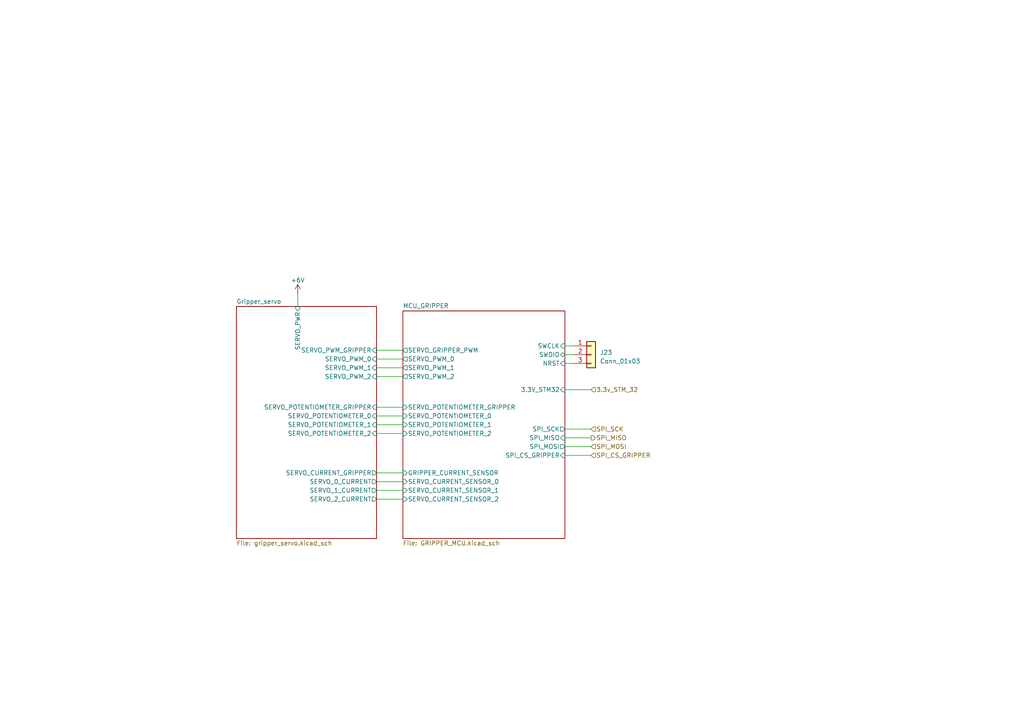
<source format=kicad_sch>
(kicad_sch (version 20230121) (generator eeschema)
  (paper "A4")
  (lib_symbols
    (symbol "Connector_Generic:Conn_01x03" (pin_names (offset 1.016) hide)
      (property "Reference" "J" (at 0 5.08 0))
      (property "Value" "Conn_01x03" (at 0 -5.08 0))
      (symbol "Conn_01x03_1_1"
        (rectangle (start -1.27 -2.413) (end 0 -2.667) (stroke (width 0.1524)))
        (rectangle (start -1.27 0.127) (end 0 -0.127) (stroke (width 0.1524)))
        (rectangle (start -1.27 2.667) (end 0 2.413) (stroke (width 0.1524)))
        (rectangle (start -1.27 3.81) (end 1.27 -3.81) (stroke (width 0.254)) (fill (type background)))
        (pin passive line (at -5.08 2.54 0) (length 3.81) (name "Pin_1") (number "1"))
        (pin passive line (at -5.08 0 0) (length 3.81) (name "Pin_2") (number "2"))
        (pin passive line (at -5.08 -2.54 0) (length 3.81) (name "Pin_3") (number "3"))
      )
    )
    (symbol "power:+6V" (power) (pin_names (offset 0))
      (property "Value" "+6V" (at 0 3.556 0))
      (symbol "+6V_0_1"
        (polyline (pts (xy -0.762 1.27) (xy 0 2.54)))
        (polyline (pts (xy 0 0) (xy 0 2.54)))
        (polyline (pts (xy 0 2.54) (xy 0.762 1.27)))
      )
      (symbol "+6V_1_1"
        (pin power_in line (at 0 0 90) (length 0) hide (name "+6V") (number "1"))
      )
    )
  )
  (wire (pts (xy 109.22 118.11) (xy 116.84 118.11)))
  (wire (pts (xy 109.22 125.73) (xy 116.84 125.73)))
  (wire (pts (xy 163.83 102.87) (xy 166.37 102.87)))
  (wire (pts (xy 163.83 113.03) (xy 171.45 113.03)))
  (wire (pts (xy 109.22 109.22) (xy 116.84 109.22)))
  (wire (pts (xy 109.22 144.78) (xy 116.84 144.78)))
  (wire (pts (xy 163.83 105.41) (xy 166.37 105.41)))
  (wire (pts (xy 109.22 123.19) (xy 116.84 123.19)))
  (wire (pts (xy 109.22 137.16) (xy 116.84 137.16)))
  (wire (pts (xy 109.22 106.68) (xy 116.84 106.68)))
  (wire (pts (xy 109.22 104.14) (xy 116.84 104.14)))
  (wire (pts (xy 163.83 132.08) (xy 171.45 132.08)))
  (wire (pts (xy 109.22 120.65) (xy 116.84 120.65)))
  (wire (pts (xy 109.22 139.7) (xy 116.84 139.7)))
  (wire (pts (xy 163.83 129.54) (xy 171.45 129.54)))
  (wire (pts (xy 86.36 85.09) (xy 86.36 88.9)))
  (wire (pts (xy 109.22 101.6) (xy 116.84 101.6)))
  (wire (pts (xy 163.83 127) (xy 171.45 127)))
  (wire (pts (xy 163.83 124.46) (xy 171.45 124.46)))
  (wire (pts (xy 163.83 100.33) (xy 166.37 100.33)))
  (wire (pts (xy 109.22 142.24) (xy 116.84 142.24)))
  (hierarchical_label "3.3v_STM_32" (shape input) (at 171.45 113.03 0))
  (hierarchical_label "SPI_MOSI" (shape input) (at 171.45 129.54 0))
  (hierarchical_label "SPI_SCK" (shape input) (at 171.45 124.46 0))
  (hierarchical_label "SPI_MISO" (shape output) (at 171.45 127 0))
  (hierarchical_label "SPI_CS_GRIPPER" (shape input) (at 171.45 132.08 0))
  (symbol (lib_id "Connector_Generic:Conn_01x03") (at 171.45 102.87 0) (unit 1)
    (property "Reference" "J23" (at 173.99 102.235 0) (effects (justify left)))
    (property "Value" "Conn_01x03" (at 173.99 104.775 0) (effects (justify left)))
    (property "Footprint" "Connector_PinHeader_2.54mm:PinHeader_1x03_P2.54mm_Vertical" (effects hide))
  )
  (symbol (lib_id "power:+6V") (at 86.36 85.09 0) (unit 1)
    (property "Reference" "#PWR071" (effects hide))
    (property "Value" "+6V" (at 86.36 81.28 0))
  )
  (sheet (at 68.58 88.9) (size 40.64 67.31) (stroke (width 0.1524))
    (property "Sheetname" "Gripper_servo" (at 68.58 88.1884 0) (effects (justify left bottom)))
    (property "Sheetfile" "gripper_servo.kicad_sch" (at 68.58 156.7946 0) (effects (justify left top)))
    (pin "SERVO_PWR" input (at 86.36 88.9 90))
    (pin "SERVO_PWM_0" input (at 109.22 104.14 0))
    (pin "SERVO_PWM_2" input (at 109.22 109.22 0))
    (pin "SERVO_PWM_GRIPPER" input (at 109.22 101.6 0))
    (pin "SERVO_PWM_1" input (at 109.22 106.68 0))
    (pin "SERVO_CURRENT_GRIPPER" output (at 109.22 137.16 0))
    (pin "SERVO_POTENTIOMETER_1" input (at 109.22 123.19 0))
    (pin "SERVO_POTENTIOMETER_0" input (at 109.22 120.65 0))
    (pin "SERVO_POTENTIOMETER_2" input (at 109.22 125.73 0))
    (pin "SERVO_POTENTIOMETER_GRIPPER" input (at 109.22 118.11 0))
    (pin "SERVO_2_CURRENT" output (at 109.22 144.78 0))
    (pin "SERVO_0_CURRENT" output (at 109.22 139.7 0))
    (pin "SERVO_1_CURRENT" output (at 109.22 142.24 0))
  )
  (sheet (at 116.84 90.17) (size 46.99 66.04) (stroke (width 0.1524))
    (property "Sheetname" "MCU_GRIPPER" (at 116.84 89.4584 0) (effects (justify left bottom)))
    (property "Sheetfile" "GRIPPER_MCU.kicad_sch" (at 116.84 156.7946 0) (effects (justify left top)))
    (pin "SERVO_PWM_1" output (at 116.84 106.68 180))
    (pin "SERVO_PWM_0" output (at 116.84 104.14 180))
    (pin "SERVO_CURRENT_SENSOR_2" input (at 116.84 144.78 180))
    (pin "SERVO_PWM_2" output (at 116.84 109.22 180))
    (pin "SERVO_GRIPPER_PWM" output (at 116.84 101.6 180))
    (pin "SWDIO" bidirectional (at 163.83 102.87 0))
    (pin "SERVO_POTENTIOMETER_1" input (at 116.84 123.19 180))
    (pin "SERVO_POTENTIOMETER_0" input (at 116.84 120.65 180))
    (pin "SPI_MOSI" output (at 163.83 129.54 0))
    (pin "SERVO_CURRENT_SENSOR_1" input (at 116.84 142.24 180))
    (pin "SERVO_CURRENT_SENSOR_0" input (at 116.84 139.7 180))
    (pin "SPI_SCK" output (at 163.83 124.46 0))
    (pin "SERVO_POTENTIOMETER_2" input (at 116.84 125.73 180))
    (pin "SPI_CS_GRIPPER" input (at 163.83 132.08 0))
    (pin "SPI_MISO" input (at 163.83 127 0))
    (pin "SWCLK" input (at 163.83 100.33 0))
    (pin "GRIPPER_CURRENT_SENSOR" input (at 116.84 137.16 180))
    (pin "SERVO_POTENTIOMETER_GRIPPER" input (at 116.84 118.11 180))
    (pin "NRST" input (at 163.83 105.41 0))
    (pin "3.3V_STM32" input (at 163.83 113.03 0))
  )
)
</source>
